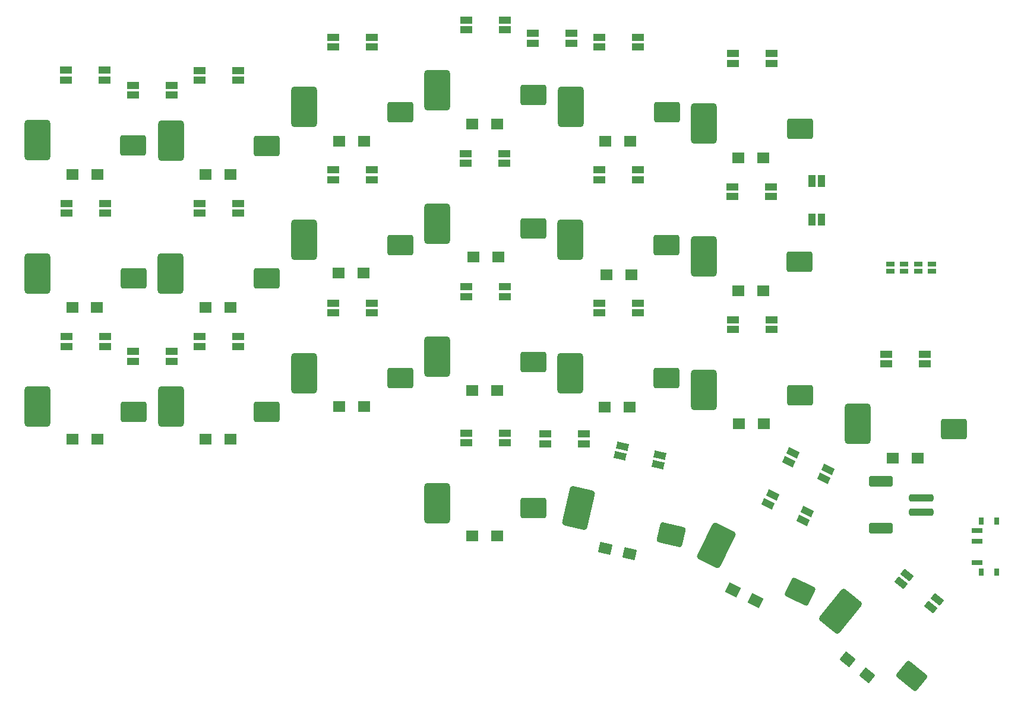
<source format=gtp>
G04 #@! TF.GenerationSoftware,KiCad,Pcbnew,7.0.8*
G04 #@! TF.CreationDate,2023-10-25T23:55:58+08:00*
G04 #@! TF.ProjectId,owl,6f776c2e-6b69-4636-9164-5f7063625858,rev?*
G04 #@! TF.SameCoordinates,Original*
G04 #@! TF.FileFunction,Paste,Top*
G04 #@! TF.FilePolarity,Positive*
%FSLAX46Y46*%
G04 Gerber Fmt 4.6, Leading zero omitted, Abs format (unit mm)*
G04 Created by KiCad (PCBNEW 7.0.8) date 2023-10-25 23:55:58*
%MOMM*%
%LPD*%
G01*
G04 APERTURE LIST*
G04 Aperture macros list*
%AMRoundRect*
0 Rectangle with rounded corners*
0 $1 Rounding radius*
0 $2 $3 $4 $5 $6 $7 $8 $9 X,Y pos of 4 corners*
0 Add a 4 corners polygon primitive as box body*
4,1,4,$2,$3,$4,$5,$6,$7,$8,$9,$2,$3,0*
0 Add four circle primitives for the rounded corners*
1,1,$1+$1,$2,$3*
1,1,$1+$1,$4,$5*
1,1,$1+$1,$6,$7*
1,1,$1+$1,$8,$9*
0 Add four rect primitives between the rounded corners*
20,1,$1+$1,$2,$3,$4,$5,0*
20,1,$1+$1,$4,$5,$6,$7,0*
20,1,$1+$1,$6,$7,$8,$9,0*
20,1,$1+$1,$8,$9,$2,$3,0*%
%AMRotRect*
0 Rectangle, with rotation*
0 The origin of the aperture is its center*
0 $1 length*
0 $2 width*
0 $3 Rotation angle, in degrees counterclockwise*
0 Add horizontal line*
21,1,$1,$2,0,0,$3*%
G04 Aperture macros list end*
%ADD10R,1.800000X1.500000*%
%ADD11R,0.800000X1.000000*%
%ADD12R,1.500000X0.700000*%
%ADD13RoundRect,0.344204X-1.514196X-1.115796X1.514196X-1.115796X1.514196X1.115796X-1.514196X1.115796X0*%
%ADD14RoundRect,0.432496X-1.398404X-2.445004X1.398404X-2.445004X1.398404X2.445004X-1.398404X2.445004X0*%
%ADD15RotRect,1.700000X1.000000X334.000000*%
%ADD16R,1.700000X1.000000*%
%ADD17R,1.143000X0.635000*%
%ADD18RotRect,1.800000X1.500000X154.000000*%
%ADD19R,1.000000X1.700000*%
%ADD20RotRect,1.700000X1.000000X154.000000*%
%ADD21RotRect,1.800000X1.500000X167.000000*%
%ADD22RotRect,1.700000X1.000000X347.000000*%
%ADD23RoundRect,0.344204X-1.878944X0.085778X0.474558X-1.820051X1.878944X-0.085778X-0.474558X1.820051X0*%
%ADD24RoundRect,0.432496X-2.625455X-1.020081X-0.451927X-2.780169X2.625455X1.020081X0.451927X2.780169X0*%
%ADD25RotRect,1.700000X1.000000X321.000000*%
%ADD26RotRect,1.800000X1.500000X141.000000*%
%ADD27RoundRect,0.344204X-1.850083X-0.339091X0.871818X-1.666651X1.850083X0.339091X-0.871818X1.666651X0*%
%ADD28RoundRect,0.432496X-2.328696X-1.584535X0.185058X-2.810575X2.328696X1.584535X-0.185058X2.810575X0*%
%ADD29RoundRect,0.250000X-1.500000X0.250000X-1.500000X-0.250000X1.500000X-0.250000X1.500000X0.250000X0*%
%ADD30RoundRect,0.250001X-1.449999X0.499999X-1.449999X-0.499999X1.449999X-0.499999X1.449999X0.499999X0*%
%ADD31RoundRect,0.344204X-1.726387X-0.746578X1.224388X-1.427818X1.726387X0.746578X-1.224388X1.427818X0*%
%ADD32RoundRect,0.432496X-1.912569X-2.067766X0.812557X-2.696911X1.912569X2.067766X-0.812557X2.696911X0*%
G04 APERTURE END LIST*
D10*
X143357600Y-88595200D03*
X139807600Y-88595200D03*
D11*
X212215000Y-133550000D03*
X214425000Y-133550000D03*
X212215000Y-126250000D03*
X214425000Y-126250000D03*
D12*
X211565000Y-132150000D03*
X211565000Y-129150000D03*
X211565000Y-127650000D03*
D13*
X91359600Y-110655600D03*
D14*
X77675300Y-109913100D03*
D15*
X187385743Y-124934765D03*
X186772024Y-126193076D03*
X181828657Y-123782035D03*
X182442376Y-122523724D03*
D16*
X144228000Y-73823600D03*
X144228000Y-75223600D03*
X138728000Y-75223600D03*
X138728000Y-73823600D03*
X119779600Y-96559600D03*
X119779600Y-95159600D03*
X125279600Y-95159600D03*
X125279600Y-96559600D03*
D10*
X162150600Y-72034400D03*
X158600600Y-72034400D03*
D13*
X91359600Y-91656400D03*
D14*
X77675300Y-90913900D03*
D10*
X181149800Y-93370400D03*
X177599800Y-93370400D03*
D17*
X205180000Y-90586380D03*
X205180000Y-89585620D03*
D16*
X81730400Y-63336400D03*
X81730400Y-61936400D03*
X87230400Y-61936400D03*
X87230400Y-63336400D03*
D18*
X180004959Y-137633309D03*
X176814241Y-136077091D03*
D19*
X188022000Y-83268000D03*
X189422000Y-83268000D03*
X189422000Y-77768000D03*
X188022000Y-77768000D03*
D16*
X176777200Y-60948800D03*
X176777200Y-59548800D03*
X182277200Y-59548800D03*
X182277200Y-60948800D03*
D20*
X189714824Y-120159676D03*
X190328543Y-118901365D03*
X185385176Y-116490324D03*
X184771457Y-117748635D03*
D17*
X201217600Y-90586380D03*
X201217600Y-89585620D03*
D16*
X119779600Y-58612000D03*
X119779600Y-57212000D03*
X125279600Y-57212000D03*
X125279600Y-58612000D03*
D13*
X110358800Y-72708000D03*
D14*
X96674500Y-71965500D03*
D10*
X105203800Y-114604800D03*
X101653800Y-114604800D03*
X143202200Y-107645200D03*
X139652200Y-107645200D03*
D13*
X186355600Y-70269600D03*
D14*
X172671300Y-69527100D03*
D21*
X162035494Y-130943557D03*
X158576480Y-130144981D03*
D13*
X91308800Y-72657200D03*
D14*
X77624500Y-71914700D03*
D10*
X162099800Y-109982000D03*
X158549800Y-109982000D03*
D13*
X167305600Y-105880400D03*
D14*
X153621300Y-105137900D03*
D13*
X148357200Y-65494400D03*
D14*
X134672900Y-64751900D03*
D10*
X105150000Y-95758000D03*
X101600000Y-95758000D03*
X203095400Y-117246400D03*
X199545400Y-117246400D03*
D13*
X148357200Y-124422400D03*
D14*
X134672900Y-123679900D03*
D16*
X100780400Y-63387200D03*
X100780400Y-61987200D03*
X106280400Y-61987200D03*
X106280400Y-63387200D03*
D10*
X181197600Y-112369600D03*
X177647600Y-112369600D03*
X86156800Y-95758000D03*
X82606800Y-95758000D03*
D13*
X167305600Y-86881200D03*
D14*
X153621300Y-86138700D03*
D22*
X166412983Y-116827356D03*
X166098052Y-118191474D03*
X160739017Y-116954244D03*
X161053948Y-115590126D03*
D16*
X106236400Y-80946800D03*
X106236400Y-82346800D03*
X100736400Y-82346800D03*
X100736400Y-80946800D03*
D17*
X203198800Y-90586380D03*
X203198800Y-89585620D03*
D16*
X148250000Y-56675000D03*
X148250000Y-58075000D03*
X153750000Y-58075000D03*
X153750000Y-56675000D03*
D10*
X143151400Y-69596000D03*
X139601400Y-69596000D03*
X143202200Y-128371600D03*
X139652200Y-128371600D03*
D16*
X125279600Y-76160400D03*
X125279600Y-77560400D03*
X119779600Y-77560400D03*
X119779600Y-76160400D03*
X138778800Y-94222800D03*
X138778800Y-92822800D03*
X144278800Y-92822800D03*
X144278800Y-94222800D03*
X138778800Y-56173600D03*
X138778800Y-54773600D03*
X144278800Y-54773600D03*
X144278800Y-56173600D03*
D10*
X162300000Y-91135200D03*
X158750000Y-91135200D03*
D13*
X110358800Y-110655600D03*
D14*
X96674500Y-109913100D03*
D13*
X186304800Y-89268800D03*
D14*
X172620500Y-88526300D03*
D10*
X124101400Y-90881200D03*
X120551400Y-90881200D03*
D13*
X208250400Y-113144800D03*
D14*
X194566100Y-112402300D03*
D16*
X163227200Y-76160400D03*
X163227200Y-77560400D03*
X157727200Y-77560400D03*
X157727200Y-76160400D03*
X198672000Y-103824000D03*
X198672000Y-102424000D03*
X204172000Y-102424000D03*
X204172000Y-103824000D03*
X157778000Y-58612000D03*
X157778000Y-57212000D03*
X163278000Y-57212000D03*
X163278000Y-58612000D03*
D13*
X186355600Y-108268000D03*
D14*
X172671300Y-107525500D03*
D13*
X148357200Y-103543600D03*
D14*
X134672900Y-102801100D03*
D16*
X91250000Y-64075000D03*
X91250000Y-65475000D03*
X96750000Y-65475000D03*
X96750000Y-64075000D03*
X155550000Y-115225000D03*
X155550000Y-113825000D03*
X150050000Y-113825000D03*
X150050000Y-115225000D03*
X176777200Y-98947200D03*
X176777200Y-97547200D03*
X182277200Y-97547200D03*
X182277200Y-98947200D03*
D23*
X202315988Y-148352843D03*
D24*
X192148560Y-139164003D03*
D25*
X205879276Y-137432229D03*
X204998227Y-138520233D03*
X200723924Y-135058971D03*
X201604973Y-133970967D03*
D26*
X195903076Y-148244286D03*
X193144208Y-146010198D03*
D16*
X144278800Y-113701600D03*
X144278800Y-115101600D03*
X138778800Y-115101600D03*
X138778800Y-113701600D03*
X87281200Y-80935600D03*
X87281200Y-82335600D03*
X81781200Y-82335600D03*
X81781200Y-80935600D03*
X157727200Y-96559600D03*
X157727200Y-95159600D03*
X163227200Y-95159600D03*
X163227200Y-96559600D03*
D10*
X124203000Y-72034400D03*
X120653000Y-72034400D03*
X86204600Y-114604800D03*
X82654600Y-114604800D03*
D16*
X100780400Y-101334800D03*
X100780400Y-99934800D03*
X106280400Y-99934800D03*
X106280400Y-101334800D03*
X81781200Y-101334800D03*
X81781200Y-99934800D03*
X87281200Y-99934800D03*
X87281200Y-101334800D03*
D27*
X186359564Y-136361401D03*
D28*
X174385688Y-129695245D03*
D10*
X124203000Y-109931200D03*
X120653000Y-109931200D03*
D13*
X148306400Y-84544400D03*
D14*
X134622100Y-83801900D03*
D16*
X91300000Y-102075000D03*
X91300000Y-103475000D03*
X96800000Y-103475000D03*
X96800000Y-102075000D03*
X182226400Y-78548000D03*
X182226400Y-79948000D03*
X176726400Y-79948000D03*
X176726400Y-78548000D03*
D10*
X181149800Y-74425000D03*
X177599800Y-74425000D03*
D13*
X167356400Y-67932800D03*
D14*
X153672100Y-67190300D03*
D10*
X86200000Y-76800000D03*
X82650000Y-76800000D03*
D29*
X203600000Y-122950000D03*
X203600000Y-124950000D03*
D30*
X197850000Y-120600000D03*
X197850000Y-127300000D03*
D13*
X129358000Y-67932800D03*
D14*
X115673700Y-67190300D03*
D13*
X129358000Y-86881200D03*
D14*
X115673700Y-86138700D03*
D13*
X129358000Y-105880400D03*
D14*
X115673700Y-105137900D03*
D10*
X105203800Y-76850000D03*
X101653800Y-76850000D03*
D13*
X110308000Y-91656400D03*
D14*
X96623700Y-90913900D03*
D31*
X167983178Y-128195076D03*
D32*
X154816632Y-124393309D03*
D17*
X199236400Y-90586380D03*
X199236400Y-89585620D03*
M02*

</source>
